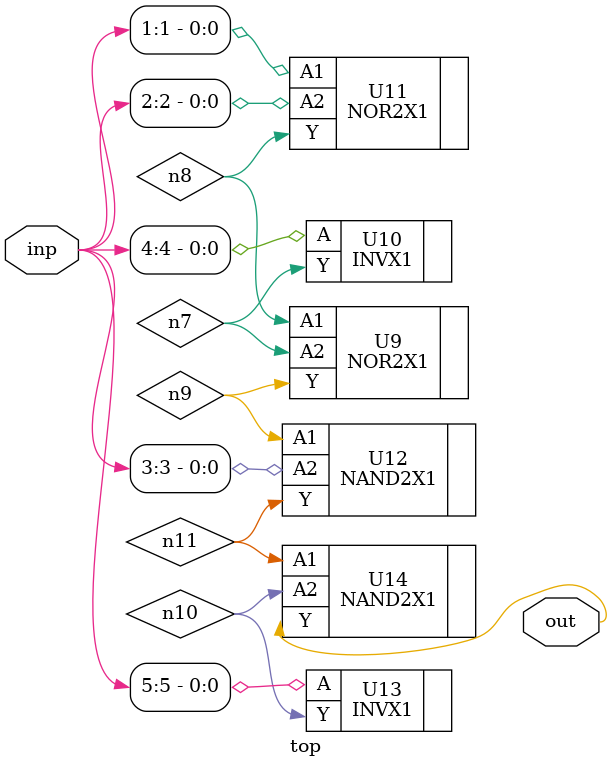
<source format=sv>


module top ( inp, out );
  input [5:0] inp;
  output out;
  wire   n7, n8, n9, n10, n11;

  NOR2X1 U9 ( .A1(n8), .A2(n7), .Y(n9) );
  INVX1 U10 ( .A(inp[4]), .Y(n7) );
  NOR2X1 U11 ( .A1(inp[1]), .A2(inp[2]), .Y(n8) );
  NAND2X1 U12 ( .A1(n9), .A2(inp[3]), .Y(n11) );
  INVX1 U13 ( .A(inp[5]), .Y(n10) );
  NAND2X1 U14 ( .A1(n11), .A2(n10), .Y(out) );
endmodule


</source>
